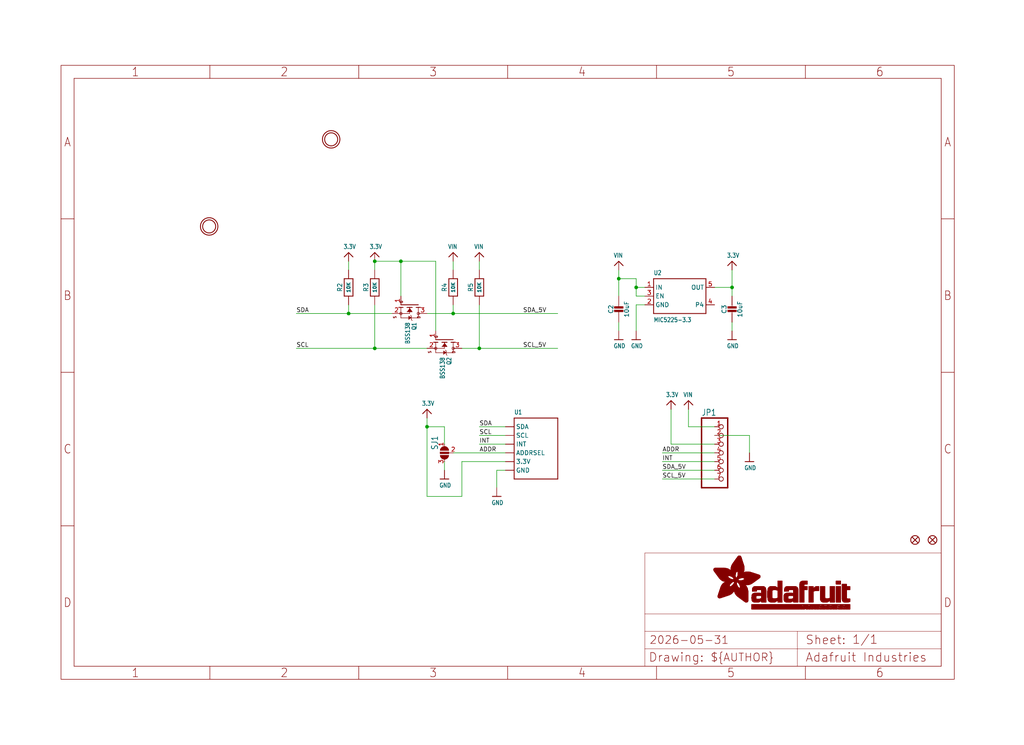
<source format=kicad_sch>
(kicad_sch (version 20230121) (generator eeschema)
  (paper "User" 298.45 217.322)
  (lib_symbols
    (symbol "TSL2561_5V_REV-A-eagle-import:3.3V" (power)
      (property "Value" "3.3V" (at -1.524 1.016 0))
      (symbol "3.3V_1_0"
        (pin power_in line (at 0 -2.54 90) (length 2.54) (name "3.3V") (number "1"))
      )
    )
    (symbol "TSL2561_5V_REV-A-eagle-import:CAP_CERAMIC0805-NOOUTLINE"
      (property "Reference" "C" (at -2.29 1.25 90))
      (symbol "CAP_CERAMIC0805-NOOUTLINE_1_0"
        (pin passive line (at 0 5.08 270) (length 2.54) (name "1") (number "1"))
        (pin passive line (at 0 -2.54 90) (length 2.54) (name "2") (number "2"))
      )
    )
    (symbol "TSL2561_5V_REV-A-eagle-import:FIDUCIAL{dblquote}{dblquote}")
    (symbol "TSL2561_5V_REV-A-eagle-import:FRAME_A4_ADAFRUIT"
      (symbol "FRAME_A4_ADAFRUIT_1_0"
        (text "${#}/${##}" (at 230.505 10.16 0) (effects (font (size 2.54 2.54)) (justify left bottom)))
        (text "${AUTHOR}" (at 189.23 5.08 0) (effects (font (size 2.286 2.286)) (justify left bottom)))
        (text "${CURRENT_DATE}" (at 171.45 10.16 0) (effects (font (size 2.286 2.286)) (justify left bottom)))
        (text "${PROJECTNAME}" (at 171.45 15.24 0) (effects (font (size 2.54 2.54)) (justify left bottom)))
        (text "1" (at 21.6958 1.905 0) (effects (font (size 2.54 2.286))))
        (text "1" (at 21.6958 177.165 0) (effects (font (size 2.54 2.286))))
        (text "2" (at 65.0875 1.905 0) (effects (font (size 2.54 2.286))))
        (text "2" (at 65.0875 177.165 0) (effects (font (size 2.54 2.286))))
        (text "3" (at 108.4792 1.905 0) (effects (font (size 2.54 2.286))))
        (text "3" (at 108.4792 177.165 0) (effects (font (size 2.54 2.286))))
        (text "4" (at 151.8708 1.905 0) (effects (font (size 2.54 2.286))))
        (text "4" (at 151.8708 177.165 0) (effects (font (size 2.54 2.286))))
        (text "5" (at 195.2625 1.905 0) (effects (font (size 2.54 2.286))))
        (text "5" (at 195.2625 177.165 0) (effects (font (size 2.54 2.286))))
        (text "6" (at 238.6542 1.905 0) (effects (font (size 2.54 2.286))))
        (text "6" (at 238.6542 177.165 0) (effects (font (size 2.54 2.286))))
        (text "A" (at 1.905 156.6863 0) (effects (font (size 2.54 2.286))))
        (text "A" (at 258.445 156.6863 0) (effects (font (size 2.54 2.286))))
        (text "Adafruit Industries" (at 216.916 4.953 0) (effects (font (size 2.54 2.54)) (justify left bottom)))
        (text "B" (at 1.905 111.9188 0) (effects (font (size 2.54 2.286))))
        (text "B" (at 258.445 111.9188 0) (effects (font (size 2.54 2.286))))
        (text "C" (at 1.905 67.1513 0) (effects (font (size 2.54 2.286))))
        (text "C" (at 258.445 67.1513 0) (effects (font (size 2.54 2.286))))
        (text "D" (at 1.905 22.3838 0) (effects (font (size 2.54 2.286))))
        (text "D" (at 258.445 22.3838 0) (effects (font (size 2.54 2.286))))
        (text "Drawing:" (at 171.196 4.953 0) (effects (font (size 2.54 2.54)) (justify left bottom)))
        (text "Sheet:" (at 216.916 10.033 0) (effects (font (size 2.54 2.54)) (justify left bottom)))
      )
    )
    (symbol "TSL2561_5V_REV-A-eagle-import:GND" (power)
      (property "Value" "GND" (at -1.524 -2.54 0))
      (symbol "GND_1_0"
        (pin power_in line (at 0 2.54 270) (length 2.54) (name "GND") (number "1"))
      )
    )
    (symbol "TSL2561_5V_REV-A-eagle-import:HEADER-1X7THICKER"
      (property "Reference" "JP" (at -6.35 10.795 0))
      (symbol "HEADER-1X7THICKER_1_0"
        (pin passive inverted (at -2.54 7.62 0) (length 2.54) (name "1") (number "1"))
        (pin passive inverted (at -2.54 5.08 0) (length 2.54) (name "2") (number "2"))
        (pin passive inverted (at -2.54 2.54 0) (length 2.54) (name "3") (number "3"))
        (pin passive inverted (at -2.54 0 0) (length 2.54) (name "4") (number "4"))
        (pin passive inverted (at -2.54 -2.54 0) (length 2.54) (name "5") (number "5"))
        (pin passive inverted (at -2.54 -5.08 0) (length 2.54) (name "6") (number "6"))
        (pin passive inverted (at -2.54 -7.62 0) (length 2.54) (name "7") (number "7"))
      )
    )
    (symbol "TSL2561_5V_REV-A-eagle-import:LIGHT_TSL2561"
      (property "Reference" "U" (at -7.62 8.636 0))
      (symbol "LIGHT_TSL2561_1_0"
        (pin bidirectional line (at -10.16 -2.54 0) (length 2.54) (name "ADDRSEL") (number "ADR"))
        (pin bidirectional line (at -10.16 2.54 0) (length 2.54) (name "SCL") (number "CLK"))
        (pin bidirectional line (at -10.16 5.08 0) (length 2.54) (name "SDA") (number "DATA"))
        (pin bidirectional line (at -10.16 0 0) (length 2.54) (name "INT") (number "INT"))
        (pin bidirectional line (at -10.16 -5.08 0) (length 2.54) (name "3.3V") (number "VDD"))
        (pin bidirectional line (at -10.16 -7.62 0) (length 2.54) (name "GND") (number "VSS"))
      )
    )
    (symbol "TSL2561_5V_REV-A-eagle-import:MOSFET-NWIDE"
      (property "Reference" "Q" (at 5.08 0.635 0))
      (symbol "MOSFET-NWIDE_1_0"
        (text "D" (at 3.175 3.175 0) (effects (font (size 0.8128 0.6908)) (justify left bottom)))
        (text "G" (at -1.27 -1.905 0) (effects (font (size 0.8128 0.6908)) (justify left bottom)))
        (text "S" (at 3.175 -3.81 0) (effects (font (size 0.8128 0.6908)) (justify left bottom)))
        (pin bidirectional line (at -2.54 -2.54 0) (length 2.54) (name "G") (number "1"))
        (pin bidirectional line (at 2.54 -5.08 90) (length 2.54) (name "S") (number "2"))
        (pin bidirectional line (at 2.54 5.08 270) (length 2.54) (name "D") (number "3"))
      )
    )
    (symbol "TSL2561_5V_REV-A-eagle-import:MOUNTINGHOLE2.5")
    (symbol "TSL2561_5V_REV-A-eagle-import:RESISTOR0805_NOOUTLINE"
      (property "Reference" "R" (at 0 2.54 0))
      (symbol "RESISTOR0805_NOOUTLINE_1_0"
        (pin passive line (at -5.08 0 0) (length 2.54) (name "1") (number "1"))
        (pin passive line (at 5.08 0 180) (length 2.54) (name "2") (number "2"))
      )
    )
    (symbol "TSL2561_5V_REV-A-eagle-import:SOLDERJUMPER_2WAY"
      (property "Reference" "SJ" (at -5.08 -3.81 0))
      (symbol "SOLDERJUMPER_2WAY_1_0"
        (pin passive line (at -2.54 0 0) (length 0) (name "1") (number "1"))
        (pin passive line (at 0 2.54 270) (length 0) (name "2") (number "2"))
        (pin passive line (at 2.54 0 180) (length 0) (name "3") (number "3"))
      )
    )
    (symbol "TSL2561_5V_REV-A-eagle-import:VIN" (power)
      (property "Value" "VIN" (at -1.524 1.016 0))
      (symbol "VIN_1_0"
        (pin power_in line (at 0 -2.54 90) (length 2.54) (name "VIN") (number "1"))
      )
    )
    (symbol "TSL2561_5V_REV-A-eagle-import:VREG_SOT23-5"
      (property "Reference" "U" (at -7.62 6.096 0))
      (symbol "VREG_SOT23-5_1_0"
        (pin power_in line (at -10.16 2.54 0) (length 2.54) (name "IN") (number "1"))
        (pin power_in line (at -10.16 -2.54 0) (length 2.54) (name "GND") (number "2"))
        (pin input line (at -10.16 0 0) (length 2.54) (name "EN") (number "3"))
        (pin bidirectional line (at 10.16 -2.54 180) (length 2.54) (name "P4") (number "4"))
        (pin power_in line (at 10.16 2.54 180) (length 2.54) (name "OUT") (number "5"))
      )
    )
  )
  (junction (at 109.22 76.2))
  (junction (at 139.7 101.6))
  (junction (at 180.34 81.28))
  (junction (at 101.6 91.44))
  (junction (at 213.36 83.82))
  (junction (at 185.42 83.82))
  (junction (at 132.08 91.44))
  (junction (at 109.22 101.6))
  (junction (at 116.84 76.2))
  (junction (at 124.46 124.46))
  (wire (pts (xy 139.7 76.2) (xy 139.7 78.74)) (stroke (width 0.1524)))
  (wire (pts (xy 132.08 91.44) (xy 162.56 91.44)) (stroke (width 0.1524)))
  (wire (pts (xy 109.22 88.9) (xy 109.22 101.6)) (stroke (width 0.1524)))
  (wire (pts (xy 147.32 124.46) (xy 139.7 124.46)) (stroke (width 0.1524)))
  (wire (pts (xy 185.42 83.82) (xy 185.42 81.28)) (stroke (width 0.1524)))
  (wire (pts (xy 185.42 88.9) (xy 185.42 96.52)) (stroke (width 0.1524)))
  (wire (pts (xy 213.36 78.74) (xy 213.36 83.82)) (stroke (width 0.1524)))
  (wire (pts (xy 208.28 129.54) (xy 195.58 129.54)) (stroke (width 0.1524)))
  (wire (pts (xy 213.36 93.98) (xy 213.36 96.52)) (stroke (width 0.1524)))
  (wire (pts (xy 127 96.52) (xy 127 76.2)) (stroke (width 0.1524)))
  (wire (pts (xy 193.04 139.7) (xy 208.28 139.7)) (stroke (width 0.1524)))
  (wire (pts (xy 213.36 83.82) (xy 213.36 86.36)) (stroke (width 0.1524)))
  (wire (pts (xy 147.32 132.08) (xy 132.08 132.08)) (stroke (width 0.1524)))
  (wire (pts (xy 218.44 127) (xy 218.44 132.08)) (stroke (width 0.1524)))
  (wire (pts (xy 144.78 137.16) (xy 144.78 142.24)) (stroke (width 0.1524)))
  (wire (pts (xy 208.28 132.08) (xy 193.04 132.08)) (stroke (width 0.1524)))
  (wire (pts (xy 109.22 78.74) (xy 109.22 76.2)) (stroke (width 0.1524)))
  (wire (pts (xy 134.62 144.78) (xy 124.46 144.78)) (stroke (width 0.1524)))
  (wire (pts (xy 114.3 91.44) (xy 101.6 91.44)) (stroke (width 0.1524)))
  (wire (pts (xy 132.08 88.9) (xy 132.08 91.44)) (stroke (width 0.1524)))
  (wire (pts (xy 208.28 134.62) (xy 193.04 134.62)) (stroke (width 0.1524)))
  (wire (pts (xy 180.34 86.36) (xy 180.34 81.28)) (stroke (width 0.1524)))
  (wire (pts (xy 139.7 88.9) (xy 139.7 101.6)) (stroke (width 0.1524)))
  (wire (pts (xy 101.6 78.74) (xy 101.6 76.2)) (stroke (width 0.1524)))
  (wire (pts (xy 147.32 137.16) (xy 144.78 137.16)) (stroke (width 0.1524)))
  (wire (pts (xy 195.58 129.54) (xy 195.58 119.38)) (stroke (width 0.1524)))
  (wire (pts (xy 187.96 83.82) (xy 185.42 83.82)) (stroke (width 0.1524)))
  (wire (pts (xy 101.6 88.9) (xy 101.6 91.44)) (stroke (width 0.1524)))
  (wire (pts (xy 147.32 127) (xy 139.7 127)) (stroke (width 0.1524)))
  (wire (pts (xy 129.54 124.46) (xy 124.46 124.46)) (stroke (width 0.1524)))
  (wire (pts (xy 129.54 134.62) (xy 129.54 137.16)) (stroke (width 0.1524)))
  (wire (pts (xy 134.62 101.6) (xy 139.7 101.6)) (stroke (width 0.1524)))
  (wire (pts (xy 185.42 86.36) (xy 185.42 83.82)) (stroke (width 0.1524)))
  (wire (pts (xy 180.34 93.98) (xy 180.34 96.52)) (stroke (width 0.1524)))
  (wire (pts (xy 132.08 76.2) (xy 132.08 78.74)) (stroke (width 0.1524)))
  (wire (pts (xy 187.96 86.36) (xy 185.42 86.36)) (stroke (width 0.1524)))
  (wire (pts (xy 139.7 101.6) (xy 162.56 101.6)) (stroke (width 0.1524)))
  (wire (pts (xy 109.22 101.6) (xy 86.36 101.6)) (stroke (width 0.1524)))
  (wire (pts (xy 187.96 88.9) (xy 185.42 88.9)) (stroke (width 0.1524)))
  (wire (pts (xy 124.46 124.46) (xy 124.46 121.92)) (stroke (width 0.1524)))
  (wire (pts (xy 116.84 76.2) (xy 109.22 76.2)) (stroke (width 0.1524)))
  (wire (pts (xy 134.62 134.62) (xy 134.62 144.78)) (stroke (width 0.1524)))
  (wire (pts (xy 127 76.2) (xy 116.84 76.2)) (stroke (width 0.1524)))
  (wire (pts (xy 185.42 81.28) (xy 180.34 81.28)) (stroke (width 0.1524)))
  (wire (pts (xy 147.32 134.62) (xy 134.62 134.62)) (stroke (width 0.1524)))
  (wire (pts (xy 101.6 91.44) (xy 86.36 91.44)) (stroke (width 0.1524)))
  (wire (pts (xy 147.32 129.54) (xy 139.7 129.54)) (stroke (width 0.1524)))
  (wire (pts (xy 208.28 127) (xy 218.44 127)) (stroke (width 0.1524)))
  (wire (pts (xy 180.34 81.28) (xy 180.34 78.74)) (stroke (width 0.1524)))
  (wire (pts (xy 116.84 86.36) (xy 116.84 76.2)) (stroke (width 0.1524)))
  (wire (pts (xy 124.46 91.44) (xy 132.08 91.44)) (stroke (width 0.1524)))
  (wire (pts (xy 124.46 101.6) (xy 109.22 101.6)) (stroke (width 0.1524)))
  (wire (pts (xy 208.28 124.46) (xy 200.66 124.46)) (stroke (width 0.1524)))
  (wire (pts (xy 124.46 144.78) (xy 124.46 124.46)) (stroke (width 0.1524)))
  (wire (pts (xy 129.54 129.54) (xy 129.54 124.46)) (stroke (width 0.1524)))
  (wire (pts (xy 193.04 137.16) (xy 208.28 137.16)) (stroke (width 0.1524)))
  (wire (pts (xy 208.28 83.82) (xy 213.36 83.82)) (stroke (width 0.1524)))
  (wire (pts (xy 200.66 124.46) (xy 200.66 119.38)) (stroke (width 0.1524)))
  (label "SCL_5V" (at 152.4 101.6 0) (effects (font (size 1.2446 1.2446))))
  (label "SCL" (at 139.7 127 0) (effects (font (size 1.2446 1.2446))))
  (label "SDA_5V" (at 193.04 137.16 0) (effects (font (size 1.2446 1.2446))))
  (label "INT" (at 139.7 129.54 0) (effects (font (size 1.2446 1.2446))))
  (label "SCL_5V" (at 193.04 139.7 0) (effects (font (size 1.2446 1.2446))))
  (label "SDA_5V" (at 152.4 91.44 0) (effects (font (size 1.2446 1.2446))))
  (label "INT" (at 193.04 134.62 0) (effects (font (size 1.2446 1.2446))))
  (label "ADDR" (at 193.04 132.08 0) (effects (font (size 1.2446 1.2446))))
  (label "SDA" (at 139.7 124.46 0) (effects (font (size 1.2446 1.2446))))
  (label "ADDR" (at 139.7 132.08 0) (effects (font (size 1.2446 1.2446))))
  (label "SDA" (at 86.36 91.44 0) (effects (font (size 1.2446 1.2446))))
  (label "SCL" (at 86.36 101.6 0) (effects (font (size 1.2446 1.2446))))
  (symbol (lib_id "TSL2561_5V_REV-A-eagle-import:CAP_CERAMIC0805-NOOUTLINE") (at 180.34 91.44 0) (unit 1)
    (property "Reference" "C2" (at 178.05 90.19 90))
    (property "Value" "10uF" (at 182.64 90.19 90))
    (property "Footprint" "TSL2561_5V_REV-A:0805-NO" (effects hide))
  )
  (symbol (lib_id "TSL2561_5V_REV-A-eagle-import:3.3V") (at 195.58 116.84 0) (unit 1)
    (property "Reference" "#U$13" (effects hide))
    (property "Value" "3.3V" (at 194.056 115.824 0) (effects (font (size 1.27 1.0795)) (justify left bottom)))
  )
  (symbol (lib_id "TSL2561_5V_REV-A-eagle-import:RESISTOR0805_NOOUTLINE") (at 139.7 83.82 90) (unit 1)
    (property "Reference" "R5" (at 137.16 83.82 0))
    (property "Value" "10K" (at 139.7 83.82 0) (effects (font (size 1.016 1.016) bold)))
    (property "Footprint" "TSL2561_5V_REV-A:0805-NO" (effects hide))
  )
  (symbol (lib_id "TSL2561_5V_REV-A-eagle-import:HEADER-1X7THICKER") (at 210.82 132.08 0) (unit 1)
    (property "Reference" "JP1" (at 204.47 121.285 0) (effects (font (size 1.778 1.5113)) (justify left bottom)))
    (property "Value" "HEADER-1X7THICKER" (effects hide))
    (property "Footprint" "TSL2561_5V_REV-A:1X07_ROUND_76" (effects hide))
  )
  (symbol (lib_id "TSL2561_5V_REV-A-eagle-import:MOUNTINGHOLE2.5") (at 96.52 40.64 0) (unit 1)
    (property "Reference" "U$19" (effects hide))
    (property "Value" "MOUNTINGHOLE2.5" (effects hide))
    (property "Footprint" "TSL2561_5V_REV-A:MOUNTINGHOLE_2.5_PLATED" (effects hide))
  )
  (symbol (lib_id "TSL2561_5V_REV-A-eagle-import:SOLDERJUMPER_2WAY") (at 129.54 132.08 270) (unit 1)
    (property "Reference" "SJ1" (at 125.73 127 0) (effects (font (size 1.778 1.5113)) (justify left bottom)))
    (property "Value" "SOLDERJUMPER_2WAY" (effects hide))
    (property "Footprint" "TSL2561_5V_REV-A:SOLDERJUMPER_2WAY_OPEN_NOPASTE" (effects hide))
  )
  (symbol (lib_id "TSL2561_5V_REV-A-eagle-import:3.3V") (at 109.22 73.66 0) (unit 1)
    (property "Reference" "#U$11" (effects hide))
    (property "Value" "3.3V" (at 107.696 72.644 0) (effects (font (size 1.27 1.0795)) (justify left bottom)))
  )
  (symbol (lib_id "TSL2561_5V_REV-A-eagle-import:MOSFET-NWIDE") (at 129.54 99.06 270) (unit 1)
    (property "Reference" "Q2" (at 130.175 104.14 0) (effects (font (size 1.27 1.0795)) (justify left bottom)))
    (property "Value" "BSS138" (at 128.27 104.14 0) (effects (font (size 1.27 1.0795)) (justify left bottom)))
    (property "Footprint" "TSL2561_5V_REV-A:SOT23-WIDE" (effects hide))
  )
  (symbol (lib_id "TSL2561_5V_REV-A-eagle-import:MOSFET-NWIDE") (at 119.38 88.9 270) (unit 1)
    (property "Reference" "Q1" (at 120.015 93.98 0) (effects (font (size 1.27 1.0795)) (justify left bottom)))
    (property "Value" "BSS138" (at 118.11 93.98 0) (effects (font (size 1.27 1.0795)) (justify left bottom)))
    (property "Footprint" "TSL2561_5V_REV-A:SOT23-WIDE" (effects hide))
  )
  (symbol (lib_id "TSL2561_5V_REV-A-eagle-import:RESISTOR0805_NOOUTLINE") (at 109.22 83.82 90) (unit 1)
    (property "Reference" "R3" (at 106.68 83.82 0))
    (property "Value" "10K" (at 109.22 83.82 0) (effects (font (size 1.016 1.016) bold)))
    (property "Footprint" "TSL2561_5V_REV-A:0805-NO" (effects hide))
  )
  (symbol (lib_id "TSL2561_5V_REV-A-eagle-import:GND") (at 144.78 144.78 0) (unit 1)
    (property "Reference" "#U$3" (effects hide))
    (property "Value" "GND" (at 143.256 147.32 0) (effects (font (size 1.27 1.0795)) (justify left bottom)))
  )
  (symbol (lib_id "TSL2561_5V_REV-A-eagle-import:GND") (at 129.54 139.7 0) (unit 1)
    (property "Reference" "#U$4" (effects hide))
    (property "Value" "GND" (at 128.016 142.24 0) (effects (font (size 1.27 1.0795)) (justify left bottom)))
  )
  (symbol (lib_id "TSL2561_5V_REV-A-eagle-import:FRAME_A4_ADAFRUIT") (at 17.78 198.12 0) (unit 1)
    (property "Reference" "#U$1" (effects hide))
    (property "Value" "FRAME_A4_ADAFRUIT" (effects hide))
  )
  (symbol (lib_id "TSL2561_5V_REV-A-eagle-import:GND") (at 213.36 99.06 0) (unit 1)
    (property "Reference" "#U$12" (effects hide))
    (property "Value" "GND" (at 211.836 101.6 0) (effects (font (size 1.27 1.0795)) (justify left bottom)))
  )
  (symbol (lib_id "TSL2561_5V_REV-A-eagle-import:VIN") (at 132.08 73.66 0) (unit 1)
    (property "Reference" "#U$16" (effects hide))
    (property "Value" "VIN" (at 130.556 72.644 0) (effects (font (size 1.27 1.0795)) (justify left bottom)))
  )
  (symbol (lib_id "TSL2561_5V_REV-A-eagle-import:FIDUCIAL{dblquote}{dblquote}") (at 266.7 157.48 0) (unit 1)
    (property "Reference" "FID2" (effects hide))
    (property "Value" "FIDUCIAL{dblquote}{dblquote}" (effects hide))
    (property "Footprint" "TSL2561_5V_REV-A:FIDUCIAL_1MM" (effects hide))
  )
  (symbol (lib_id "TSL2561_5V_REV-A-eagle-import:GND") (at 180.34 99.06 0) (unit 1)
    (property "Reference" "#U$7" (effects hide))
    (property "Value" "GND" (at 178.816 101.6 0) (effects (font (size 1.27 1.0795)) (justify left bottom)))
  )
  (symbol (lib_id "TSL2561_5V_REV-A-eagle-import:VIN") (at 180.34 76.2 0) (unit 1)
    (property "Reference" "#U$6" (effects hide))
    (property "Value" "VIN" (at 178.816 75.184 0) (effects (font (size 1.27 1.0795)) (justify left bottom)))
  )
  (symbol (lib_id "TSL2561_5V_REV-A-eagle-import:3.3V") (at 124.46 119.38 0) (unit 1)
    (property "Reference" "#U$2" (effects hide))
    (property "Value" "3.3V" (at 122.936 118.364 0) (effects (font (size 1.27 1.0795)) (justify left bottom)))
  )
  (symbol (lib_id "TSL2561_5V_REV-A-eagle-import:VIN") (at 139.7 73.66 0) (unit 1)
    (property "Reference" "#U$17" (effects hide))
    (property "Value" "VIN" (at 138.176 72.644 0) (effects (font (size 1.27 1.0795)) (justify left bottom)))
  )
  (symbol (lib_id "TSL2561_5V_REV-A-eagle-import:GND") (at 185.42 99.06 0) (unit 1)
    (property "Reference" "#U$8" (effects hide))
    (property "Value" "GND" (at 183.896 101.6 0) (effects (font (size 1.27 1.0795)) (justify left bottom)))
  )
  (symbol (lib_id "TSL2561_5V_REV-A-eagle-import:LIGHT_TSL2561") (at 157.48 129.54 0) (unit 1)
    (property "Reference" "U1" (at 149.86 120.904 0) (effects (font (size 1.27 1.0795)) (justify left bottom)))
    (property "Value" "LIGHT_TSL2561" (effects hide))
    (property "Footprint" "TSL2561_5V_REV-A:TSL2561_FN" (effects hide))
  )
  (symbol (lib_id "TSL2561_5V_REV-A-eagle-import:FIDUCIAL{dblquote}{dblquote}") (at 271.78 157.48 0) (unit 1)
    (property "Reference" "FID1" (effects hide))
    (property "Value" "FIDUCIAL{dblquote}{dblquote}" (effects hide))
    (property "Footprint" "TSL2561_5V_REV-A:FIDUCIAL_1MM" (effects hide))
  )
  (symbol (lib_id "TSL2561_5V_REV-A-eagle-import:MOUNTINGHOLE2.5") (at 60.96 66.04 0) (unit 1)
    (property "Reference" "U$18" (effects hide))
    (property "Value" "MOUNTINGHOLE2.5" (effects hide))
    (property "Footprint" "TSL2561_5V_REV-A:MOUNTINGHOLE_2.5_PLATED" (effects hide))
  )
  (symbol (lib_id "TSL2561_5V_REV-A-eagle-import:3.3V") (at 213.36 76.2 0) (unit 1)
    (property "Reference" "#U$9" (effects hide))
    (property "Value" "3.3V" (at 211.836 75.184 0) (effects (font (size 1.27 1.0795)) (justify left bottom)))
  )
  (symbol (lib_id "TSL2561_5V_REV-A-eagle-import:RESISTOR0805_NOOUTLINE") (at 101.6 83.82 90) (unit 1)
    (property "Reference" "R2" (at 99.06 83.82 0))
    (property "Value" "10K" (at 101.6 83.82 0) (effects (font (size 1.016 1.016) bold)))
    (property "Footprint" "TSL2561_5V_REV-A:0805-NO" (effects hide))
  )
  (symbol (lib_id "TSL2561_5V_REV-A-eagle-import:CAP_CERAMIC0805-NOOUTLINE") (at 213.36 91.44 0) (unit 1)
    (property "Reference" "C3" (at 211.07 90.19 90))
    (property "Value" "10uF" (at 215.66 90.19 90))
    (property "Footprint" "TSL2561_5V_REV-A:0805-NO" (effects hide))
  )
  (symbol (lib_id "TSL2561_5V_REV-A-eagle-import:GND") (at 218.44 134.62 0) (unit 1)
    (property "Reference" "#U$14" (effects hide))
    (property "Value" "GND" (at 216.916 137.16 0) (effects (font (size 1.27 1.0795)) (justify left bottom)))
  )
  (symbol (lib_id "TSL2561_5V_REV-A-eagle-import:VREG_SOT23-5") (at 198.12 86.36 0) (unit 1)
    (property "Reference" "U2" (at 190.5 80.264 0) (effects (font (size 1.27 1.0795)) (justify left bottom)))
    (property "Value" "MIC5225-3.3" (at 190.5 93.98 0) (effects (font (size 1.27 1.0795)) (justify left bottom)))
    (property "Footprint" "TSL2561_5V_REV-A:SOT23-5" (effects hide))
  )
  (symbol (lib_id "TSL2561_5V_REV-A-eagle-import:VIN") (at 200.66 116.84 0) (unit 1)
    (property "Reference" "#U$5" (effects hide))
    (property "Value" "VIN" (at 199.136 115.824 0) (effects (font (size 1.27 1.0795)) (justify left bottom)))
  )
  (symbol (lib_id "TSL2561_5V_REV-A-eagle-import:3.3V") (at 101.6 73.66 0) (unit 1)
    (property "Reference" "#U$10" (effects hide))
    (property "Value" "3.3V" (at 100.076 72.644 0) (effects (font (size 1.27 1.0795)) (justify left bottom)))
  )
  (symbol (lib_id "TSL2561_5V_REV-A-eagle-import:RESISTOR0805_NOOUTLINE") (at 132.08 83.82 90) (unit 1)
    (property "Reference" "R4" (at 129.54 83.82 0))
    (property "Value" "10K" (at 132.08 83.82 0) (effects (font (size 1.016 1.016) bold)))
    (property "Footprint" "TSL2561_5V_REV-A:0805-NO" (effects hide))
  )
)
</source>
